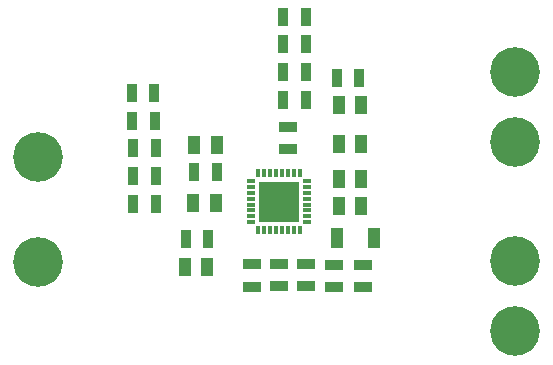
<source format=gbs>
G04*
G04 #@! TF.GenerationSoftware,Altium Limited,Altium Designer,23.3.1 (30)*
G04*
G04 Layer_Color=16711935*
%FSLAX44Y44*%
%MOMM*%
G71*
G04*
G04 #@! TF.SameCoordinates,8D2347DA-786F-44A1-B396-5F802EE38B7C*
G04*
G04*
G04 #@! TF.FilePolarity,Negative*
G04*
G01*
G75*
%ADD21C,4.2032*%
%ADD40R,1.1032X1.8032*%
%ADD41R,3.4016X3.4016*%
%ADD42R,0.7016X0.3316*%
%ADD43R,0.3316X0.7016*%
%ADD44R,1.5032X0.9032*%
%ADD45R,0.9032X1.5032*%
%ADD46R,1.1032X1.5032*%
D21*
X46000Y288000D02*
D03*
X450000Y200000D02*
D03*
Y140000D02*
D03*
Y300000D02*
D03*
Y360000D02*
D03*
X46000Y199000D02*
D03*
D40*
X299500Y219000D02*
D03*
X330500D02*
D03*
D41*
X250000Y250000D02*
D03*
D42*
X274000Y267500D02*
D03*
Y262500D02*
D03*
Y257500D02*
D03*
Y252500D02*
D03*
Y247500D02*
D03*
Y242500D02*
D03*
Y237500D02*
D03*
Y232500D02*
D03*
X226000D02*
D03*
Y237500D02*
D03*
Y242500D02*
D03*
Y247500D02*
D03*
Y252500D02*
D03*
Y257500D02*
D03*
Y262500D02*
D03*
Y267500D02*
D03*
D43*
X267500Y226000D02*
D03*
X262500D02*
D03*
X257500D02*
D03*
X252500D02*
D03*
X247500D02*
D03*
X242500D02*
D03*
X237500D02*
D03*
X232500D02*
D03*
Y274000D02*
D03*
X237500D02*
D03*
X242500D02*
D03*
X247500D02*
D03*
X252500D02*
D03*
X257500D02*
D03*
X262500D02*
D03*
X267500D02*
D03*
D44*
X258000Y313500D02*
D03*
Y294500D02*
D03*
X227000Y197000D02*
D03*
Y178000D02*
D03*
X250000Y178500D02*
D03*
Y197500D02*
D03*
X273000Y178500D02*
D03*
Y197500D02*
D03*
X297000Y196500D02*
D03*
Y177500D02*
D03*
X321000Y196500D02*
D03*
Y177500D02*
D03*
D45*
X318000Y355000D02*
D03*
X299000D02*
D03*
X253500Y336000D02*
D03*
X272500D02*
D03*
X253500Y360000D02*
D03*
X272500D02*
D03*
Y383000D02*
D03*
X253500D02*
D03*
X253500Y406000D02*
D03*
X272500D02*
D03*
X171000Y218000D02*
D03*
X190000D02*
D03*
X178500Y275000D02*
D03*
X197500D02*
D03*
X126500Y295000D02*
D03*
X145500D02*
D03*
X145000Y318000D02*
D03*
X126000D02*
D03*
X144500Y342000D02*
D03*
X125500D02*
D03*
X126500Y248000D02*
D03*
X145500D02*
D03*
X145500Y272000D02*
D03*
X126500D02*
D03*
D46*
X300500Y332000D02*
D03*
X319500D02*
D03*
X300500Y299000D02*
D03*
X319500D02*
D03*
X300500Y269000D02*
D03*
X319500D02*
D03*
Y246000D02*
D03*
X300500D02*
D03*
X196500Y249000D02*
D03*
X177500D02*
D03*
X189500Y195000D02*
D03*
X170500D02*
D03*
X178500Y298000D02*
D03*
X197500D02*
D03*
M02*

</source>
